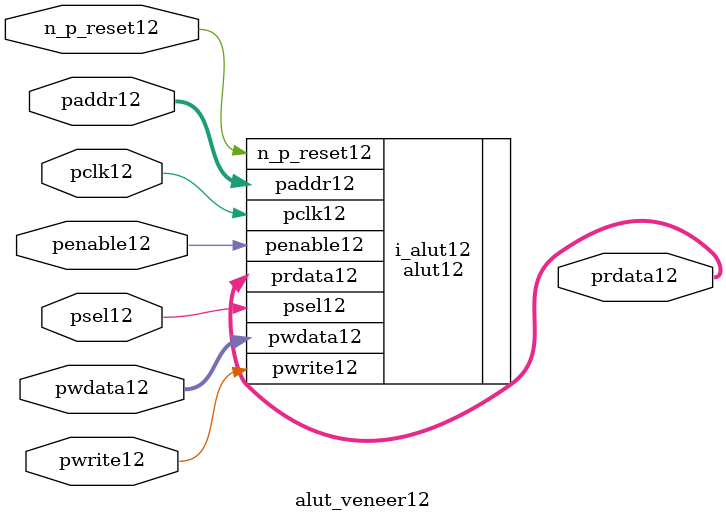
<source format=v>
module alut_veneer12
(   
   // Inputs12
   pclk12,
   n_p_reset12,
   psel12,            
   penable12,       
   pwrite12,         
   paddr12,           
   pwdata12,          

   // Outputs12
   prdata12  
);

   // APB12 Inputs12
   input             pclk12;               // APB12 clock12                          
   input             n_p_reset12;          // Reset12                              
   input             psel12;               // Module12 select12 signal12               
   input             penable12;            // Enable12 signal12                      
   input             pwrite12;             // Write when HIGH12 and read when LOW12  
   input [6:0]       paddr12;              // Address bus for read write         
   input [31:0]      pwdata12;             // APB12 write bus                      

   output [31:0]     prdata12;             // APB12 read bus                       


//-----------------------------------------------------------------------
//##############################################################################
// if the ALUT12 is NOT12 black12 boxed12 
//##############################################################################
`ifndef FV_KIT_BLACK_BOX_LUT12 


alut12 i_alut12 (
        //inputs12
        . n_p_reset12(n_p_reset12),
        . pclk12(pclk12),
        . psel12(psel12),
        . penable12(penable12),
        . pwrite12(pwrite12),
        . paddr12(paddr12[6:0]),
        . pwdata12(pwdata12),

        //outputs12
        . prdata12(prdata12)
);


`else 
//##############################################################################
// if the <module> is black12 boxed12 
//##############################################################################

   // APB12 Inputs12
   wire              pclk12;               // APB12 clock12                          
   wire              n_p_reset12;          // Reset12                              
   wire              psel12;               // Module12 select12 signal12               
   wire              penable12;            // Enable12 signal12                      
   wire              pwrite12;             // Write when HIGH12 and read when LOW12  
   wire  [6:0]       paddr12;              // Address bus for read write         
   wire  [31:0]      pwdata12;             // APB12 write bus                      

   reg   [31:0]      prdata12;             // APB12 read bus                       


`endif

endmodule

</source>
